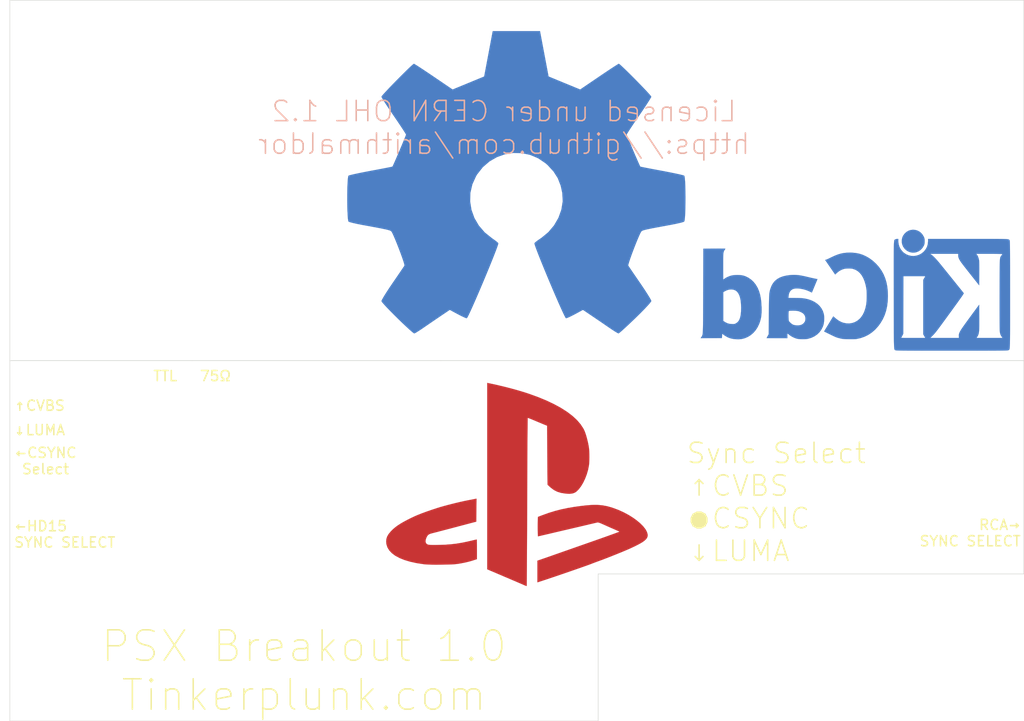
<source format=kicad_pcb>
(kicad_pcb (version 20171130) (host pcbnew "(5.1.2)-1")

  (general
    (thickness 1.6)
    (drawings 26)
    (tracks 0)
    (zones 0)
    (modules 11)
    (nets 1)
  )

  (page A4)
  (layers
    (0 F.Cu signal)
    (31 B.Cu signal)
    (32 B.Adhes user)
    (33 F.Adhes user)
    (34 B.Paste user)
    (35 F.Paste user)
    (36 B.SilkS user)
    (37 F.SilkS user)
    (38 B.Mask user)
    (39 F.Mask user)
    (40 Dwgs.User user)
    (41 Cmts.User user)
    (42 Eco1.User user)
    (43 Eco2.User user)
    (44 Edge.Cuts user)
    (45 Margin user)
    (46 B.CrtYd user)
    (47 F.CrtYd user)
    (48 B.Fab user)
    (49 F.Fab user)
  )

  (setup
    (last_trace_width 0.25)
    (trace_clearance 0.2)
    (zone_clearance 0.508)
    (zone_45_only no)
    (trace_min 0.2)
    (via_size 0.8)
    (via_drill 0.4)
    (via_min_size 0.4)
    (via_min_drill 0.3)
    (uvia_size 0.3)
    (uvia_drill 0.1)
    (uvias_allowed no)
    (uvia_min_size 0.2)
    (uvia_min_drill 0.1)
    (edge_width 0.05)
    (segment_width 0.2)
    (pcb_text_width 0.3)
    (pcb_text_size 1.5 1.5)
    (mod_edge_width 0.12)
    (mod_text_size 1 1)
    (mod_text_width 0.15)
    (pad_size 1.5 1.5)
    (pad_drill 0.8)
    (pad_to_mask_clearance 0.051)
    (solder_mask_min_width 0.25)
    (aux_axis_origin 0 0)
    (visible_elements 7FFFFFFF)
    (pcbplotparams
      (layerselection 0x010f0_ffffffff)
      (usegerberextensions true)
      (usegerberattributes false)
      (usegerberadvancedattributes false)
      (creategerberjobfile false)
      (excludeedgelayer true)
      (linewidth 0.100000)
      (plotframeref false)
      (viasonmask false)
      (mode 1)
      (useauxorigin false)
      (hpglpennumber 1)
      (hpglpenspeed 20)
      (hpglpendiameter 15.000000)
      (psnegative false)
      (psa4output false)
      (plotreference true)
      (plotvalue true)
      (plotinvisibletext false)
      (padsonsilk false)
      (subtractmaskfromsilk false)
      (outputformat 1)
      (mirror false)
      (drillshape 0)
      (scaleselection 1)
      (outputdirectory "Gerbers/Case/"))
  )

  (net 0 "")

  (net_class Default "This is the default net class."
    (clearance 0.2)
    (trace_width 0.25)
    (via_dia 0.8)
    (via_drill 0.4)
    (uvia_dia 0.3)
    (uvia_drill 0.1)
  )

  (module PSX_BREAKOUT:PSX_LOGO (layer F.Cu) (tedit 5CFA95BF) (tstamp 5CFAE821)
    (at 139.954 88.44)
    (fp_text reference G*** (at 0 0) (layer F.SilkS) hide
      (effects (font (size 1.524 1.524) (thickness 0.3)))
    )
    (fp_text value LOGO (at 0.75 0) (layer F.SilkS) hide
      (effects (font (size 1.524 1.524) (thickness 0.3)))
    )
    (fp_poly (pts (xy -4.0005 3.656475) (xy -4.275667 3.728504) (xy -4.376343 3.754967) (xy -4.548495 3.800345)
      (xy -4.781751 3.861896) (xy -5.065736 3.936882) (xy -5.390077 4.022564) (xy -5.744398 4.116201)
      (xy -6.118328 4.215055) (xy -6.265334 4.253928) (xy -6.647052 4.354701) (xy -7.015745 4.451711)
      (xy -7.360587 4.542133) (xy -7.670749 4.623142) (xy -7.935404 4.691912) (xy -8.143725 4.745617)
      (xy -8.284884 4.781431) (xy -8.316805 4.78931) (xy -8.524667 4.846467) (xy -8.669709 4.908395)
      (xy -8.7731 4.990577) (xy -8.856006 5.108497) (xy -8.916754 5.228166) (xy -8.998871 5.459985)
      (xy -9.008223 5.650369) (xy -8.955187 5.784412) (xy -8.905952 5.84422) (xy -8.845318 5.890256)
      (xy -8.762748 5.923939) (xy -8.647707 5.946693) (xy -8.489659 5.959937) (xy -8.278067 5.965092)
      (xy -8.002398 5.963579) (xy -7.673264 5.957299) (xy -7.071489 5.935607) (xy -6.524808 5.896861)
      (xy -6.004715 5.837414) (xy -5.482706 5.753622) (xy -4.930276 5.641842) (xy -4.581333 5.561951)
      (xy -4.366819 5.51141) (xy -4.183032 5.468686) (xy -4.045 5.437228) (xy -3.967748 5.420484)
      (xy -3.956917 5.418666) (xy -3.951238 5.459024) (xy -3.946189 5.572199) (xy -3.942015 5.746342)
      (xy -3.938959 5.969604) (xy -3.937264 6.230135) (xy -3.937 6.387192) (xy -3.937 7.355717)
      (xy -4.392084 7.505251) (xy -4.606357 7.568515) (xy -4.873557 7.63675) (xy -5.162845 7.702621)
      (xy -5.44338 7.758792) (xy -5.503334 7.769553) (xy -5.700363 7.802971) (xy -5.875748 7.829477)
      (xy -6.043771 7.850018) (xy -6.218715 7.865535) (xy -6.414864 7.876974) (xy -6.6465 7.885279)
      (xy -6.927907 7.891393) (xy -7.273367 7.896261) (xy -7.450667 7.898265) (xy -7.93001 7.901361)
      (xy -8.332129 7.899289) (xy -8.664318 7.891871) (xy -8.933872 7.878928) (xy -9.148087 7.860279)
      (xy -9.186334 7.855671) (xy -9.888458 7.746942) (xy -10.520073 7.608735) (xy -11.079924 7.441813)
      (xy -11.566754 7.24694) (xy -11.979306 7.024878) (xy -12.316326 6.776389) (xy -12.576557 6.502237)
      (xy -12.758742 6.203183) (xy -12.861626 5.879992) (xy -12.886012 5.609166) (xy -12.860829 5.35172)
      (xy -12.781579 5.112388) (xy -12.640464 4.874671) (xy -12.429689 4.622071) (xy -12.409332 4.600459)
      (xy -12.202349 4.395855) (xy -11.982078 4.207484) (xy -11.73481 4.025854) (xy -11.446834 3.841473)
      (xy -11.104442 3.644847) (xy -10.773834 3.468016) (xy -10.43817 3.298679) (xy -10.096745 3.139245)
      (xy -9.737161 2.984847) (xy -9.347018 2.830615) (xy -8.913918 2.67168) (xy -8.425462 2.503173)
      (xy -7.86925 2.320225) (xy -7.768167 2.287692) (xy -7.493638 2.204313) (xy -7.155762 2.109155)
      (xy -6.77419 2.007151) (xy -6.368576 1.903231) (xy -5.958574 1.802328) (xy -5.563836 1.709375)
      (xy -5.204016 1.629302) (xy -4.898766 1.567042) (xy -4.8895 1.565282) (xy -4.6562 1.520881)
      (xy -4.441992 1.479729) (xy -4.265577 1.445446) (xy -4.145658 1.421653) (xy -4.116215 1.415569)
      (xy -3.97793 1.386135) (xy -4.0005 3.656475)) (layer F.Cu) (width 0.01))
    (fp_poly (pts (xy 8.442816 2.049167) (xy 8.921218 2.139276) (xy 9.414164 2.280014) (xy 9.943223 2.47457)
      (xy 10.055616 2.520364) (xy 10.533272 2.736976) (xy 10.991933 2.982032) (xy 11.42211 3.248392)
      (xy 11.814314 3.528912) (xy 12.159054 3.816452) (xy 12.446842 4.103869) (xy 12.668187 4.384023)
      (xy 12.776628 4.568178) (xy 12.858529 4.759895) (xy 12.899857 4.933655) (xy 12.896163 5.094429)
      (xy 12.842998 5.24719) (xy 12.73591 5.396909) (xy 12.570452 5.548558) (xy 12.342171 5.707109)
      (xy 12.04662 5.877533) (xy 11.679348 6.064803) (xy 11.25986 6.262885) (xy 11.00103 6.378351)
      (xy 10.678574 6.516513) (xy 10.308379 6.670967) (xy 9.906328 6.835312) (xy 9.488307 7.003146)
      (xy 9.070201 7.168067) (xy 8.667893 7.323674) (xy 8.29727 7.463564) (xy 8.106833 7.533614)
      (xy 7.888895 7.613355) (xy 7.691887 7.686381) (xy 7.533116 7.746207) (xy 7.429893 7.786348)
      (xy 7.408333 7.795309) (xy 7.316084 7.831788) (xy 7.152629 7.892277) (xy 6.926963 7.973666)
      (xy 6.648085 8.07284) (xy 6.324991 8.186689) (xy 5.96668 8.312099) (xy 5.582148 8.445957)
      (xy 5.180392 8.585152) (xy 4.77041 8.726571) (xy 4.3612 8.867102) (xy 3.961757 9.003631)
      (xy 3.581081 9.133047) (xy 3.228167 9.252237) (xy 2.912013 9.358088) (xy 2.641618 9.447488)
      (xy 2.487083 9.497744) (xy 2.032 9.644336) (xy 2.032 7.509443) (xy 2.677583 7.286874)
      (xy 2.922892 7.202025) (xy 3.164142 7.118092) (xy 3.379225 7.042799) (xy 3.546035 6.983871)
      (xy 3.598333 6.965156) (xy 3.681801 6.935473) (xy 3.838393 6.880185) (xy 4.061327 6.801675)
      (xy 4.34382 6.702325) (xy 4.679089 6.584517) (xy 5.060352 6.450635) (xy 5.480826 6.303059)
      (xy 5.933727 6.144173) (xy 6.412275 5.976359) (xy 6.909684 5.801999) (xy 6.995515 5.77192)
      (xy 7.487305 5.599244) (xy 7.955274 5.434286) (xy 8.393366 5.279221) (xy 8.795524 5.136222)
      (xy 9.155694 5.007464) (xy 9.467818 4.895119) (xy 9.725841 4.801363) (xy 9.923707 4.728368)
      (xy 10.055359 4.678309) (xy 10.114741 4.65336) (xy 10.117598 4.651219) (xy 10.082524 4.619602)
      (xy 9.996379 4.576777) (xy 9.980083 4.570138) (xy 9.893202 4.533798) (xy 9.742682 4.468783)
      (xy 9.542123 4.381096) (xy 9.305126 4.276736) (xy 9.045291 4.161706) (xy 8.776219 4.042007)
      (xy 8.511511 3.923639) (xy 8.330558 3.842293) (xy 8.131654 3.764003) (xy 7.988489 3.73499)
      (xy 7.928392 3.739253) (xy 7.849671 3.756995) (xy 7.704491 3.790631) (xy 7.508756 3.836442)
      (xy 7.278368 3.890707) (xy 7.069666 3.94011) (xy 6.782407 4.00811) (xy 6.478191 4.079864)
      (xy 6.185097 4.148766) (xy 5.931206 4.208209) (xy 5.820833 4.233924) (xy 5.542384 4.298741)
      (xy 5.2363 4.370217) (xy 4.891462 4.450959) (xy 4.49675 4.543572) (xy 4.041043 4.650664)
      (xy 3.556 4.764771) (xy 3.290085 4.827234) (xy 3.014018 4.89188) (xy 2.755807 4.952161)
      (xy 2.543456 5.001534) (xy 2.492128 5.013414) (xy 2.084424 5.107631) (xy 2.066071 4.628148)
      (xy 2.059854 4.365301) (xy 2.058709 4.066676) (xy 2.062634 3.781008) (xy 2.066133 3.667574)
      (xy 2.084547 3.186481) (xy 2.534523 3.015058) (xy 3.143914 2.796962) (xy 3.751198 2.609441)
      (xy 4.372002 2.449025) (xy 5.021954 2.312247) (xy 5.716679 2.195638) (xy 6.471806 2.095729)
      (xy 6.879166 2.050717) (xy 7.44336 2.008076) (xy 7.957386 2.006496) (xy 8.442816 2.049167)) (layer F.Cu) (width 0.01))
    (fp_poly (pts (xy -2.82575 -10.01532) (xy -2.072884 -9.854396) (xy -1.315155 -9.676411) (xy -0.571898 -9.486435)
      (xy 0.137546 -9.289537) (xy 0.793842 -9.090787) (xy 1.164166 -8.969333) (xy 2.074801 -8.639955)
      (xy 2.910256 -8.295501) (xy 3.669468 -7.936676) (xy 4.351374 -7.564185) (xy 4.954912 -7.178734)
      (xy 5.479017 -6.781028) (xy 5.922627 -6.371772) (xy 6.284678 -5.951673) (xy 6.564108 -5.521434)
      (xy 6.664921 -5.319626) (xy 6.748731 -5.106086) (xy 6.836962 -4.83262) (xy 6.923382 -4.523292)
      (xy 7.001766 -4.202171) (xy 7.065883 -3.893323) (xy 7.109505 -3.620816) (xy 7.113855 -3.584918)
      (xy 7.13641 -3.316309) (xy 7.149195 -3.005568) (xy 7.152287 -2.67877) (xy 7.145763 -2.361989)
      (xy 7.129703 -2.081301) (xy 7.108816 -1.891943) (xy 7.021556 -1.451789) (xy 6.894799 -1.014717)
      (xy 6.734897 -0.593578) (xy 6.548197 -0.201225) (xy 6.341049 0.149492) (xy 6.119801 0.44572)
      (xy 5.890804 0.674609) (xy 5.810469 0.736102) (xy 5.640693 0.828768) (xy 5.439982 0.884404)
      (xy 5.193702 0.905113) (xy 4.887221 0.892993) (xy 4.783666 0.883505) (xy 4.356131 0.816136)
      (xy 3.986082 0.702302) (xy 3.655777 0.534385) (xy 3.347473 0.304766) (xy 3.2668 0.232225)
      (xy 3.026833 0.008879) (xy 3.005666 -2.900025) (xy 2.9845 -5.808929) (xy 2.624666 -5.956531)
      (xy 2.448884 -6.029254) (xy 2.222112 -6.123967) (xy 1.971225 -6.229402) (xy 1.723093 -6.334292)
      (xy 1.675937 -6.354309) (xy 1.470164 -6.439992) (xy 1.293122 -6.510424) (xy 1.158745 -6.56032)
      (xy 1.080967 -6.584396) (xy 1.067591 -6.585036) (xy 1.065487 -6.541405) (xy 1.063142 -6.417173)
      (xy 1.060582 -6.216406) (xy 1.057829 -5.94317) (xy 1.05491 -5.601531) (xy 1.051847 -5.195553)
      (xy 1.048665 -4.729304) (xy 1.045389 -4.206848) (xy 1.042043 -3.632251) (xy 1.038651 -3.009578)
      (xy 1.035237 -2.342896) (xy 1.031826 -1.636271) (xy 1.028443 -0.893767) (xy 1.025111 -0.11945)
      (xy 1.021854 0.682613) (xy 1.018698 1.508357) (xy 1.017948 1.712551) (xy 1.014829 2.543398)
      (xy 1.011622 3.351527) (xy 1.00835 4.132873) (xy 1.005036 4.883373) (xy 1.001705 5.598963)
      (xy 0.998379 6.275581) (xy 0.995082 6.909161) (xy 0.991837 7.49564) (xy 0.988668 8.030955)
      (xy 0.985598 8.511042) (xy 0.982651 8.931837) (xy 0.979849 9.289276) (xy 0.977217 9.579297)
      (xy 0.974778 9.797834) (xy 0.972555 9.940824) (xy 0.970572 10.004205) (xy 0.970127 10.007126)
      (xy 0.925678 9.999503) (xy 0.82644 9.963602) (xy 0.6985 9.909216) (xy 0.605315 9.8682)
      (xy 0.443832 9.798173) (xy 0.223666 9.703261) (xy -0.045571 9.587593) (xy -0.354263 9.455296)
      (xy -0.692798 9.310497) (xy -1.051561 9.157324) (xy -1.237956 9.077851) (xy -2.920412 8.360833)
      (xy -2.920706 -0.83689) (xy -2.921 -10.034614) (xy -2.82575 -10.01532)) (layer F.Cu) (width 0.01))
  )

  (module Symbol:KiCad-Logo_12mm_Copper (layer B.Cu) (tedit 0) (tstamp 5CFAE758)
    (at 173.355 69.215 180)
    (descr "KiCad Logo")
    (tags "Logo KiCad")
    (attr virtual)
    (fp_text reference REF** (at 0 8.89 180) (layer B.SilkS) hide
      (effects (font (size 1 1) (thickness 0.15)) (justify mirror))
    )
    (fp_text value KiCad-Logo_12mm_Copper (at 1.27 -8.89 180) (layer B.Fab) hide
      (effects (font (size 1 1) (thickness 0.15)) (justify mirror))
    )
    (fp_poly (pts (xy -5.422844 5.895156) (xy -5.217742 5.824043) (xy -5.026785 5.712111) (xy -4.856243 5.559375)
      (xy -4.712387 5.365849) (xy -4.647768 5.243871) (xy -4.591842 5.073257) (xy -4.564735 4.876289)
      (xy -4.567738 4.673795) (xy -4.601067 4.490301) (xy -4.692162 4.266076) (xy -4.824258 4.071578)
      (xy -4.990642 3.910633) (xy -5.184598 3.787067) (xy -5.399414 3.704708) (xy -5.628375 3.667383)
      (xy -5.864767 3.678918) (xy -5.981291 3.70357) (xy -6.208385 3.791909) (xy -6.410081 3.92671)
      (xy -6.581515 4.103817) (xy -6.71782 4.319073) (xy -6.729352 4.342581) (xy -6.769217 4.430795)
      (xy -6.794249 4.50509) (xy -6.807839 4.583465) (xy -6.813382 4.68392) (xy -6.814302 4.793226)
      (xy -6.81278 4.924552) (xy -6.805914 5.019491) (xy -6.79025 5.096247) (xy -6.762333 5.173026)
      (xy -6.727873 5.248777) (xy -6.599338 5.46381) (xy -6.441052 5.63792) (xy -6.259287 5.771124)
      (xy -6.060313 5.863434) (xy -5.8504 5.914866) (xy -5.635821 5.925435) (xy -5.422844 5.895156)) (layer B.Cu) (width 0.01))
    (fp_poly (pts (xy 13.610967 4.064382) (xy 13.843254 4.063429) (xy 13.922204 4.062948) (xy 15.007849 4.055807)
      (xy 15.021505 -0.109247) (xy 15.023308 -0.674041) (xy 15.024908 -1.186864) (xy 15.026406 -1.650371)
      (xy 15.027906 -2.067214) (xy 15.029509 -2.440045) (xy 15.03132 -2.771519) (xy 15.03344 -3.064286)
      (xy 15.035972 -3.321002) (xy 15.03902 -3.544318) (xy 15.042685 -3.736887) (xy 15.047071 -3.901363)
      (xy 15.05228 -4.040398) (xy 15.058416 -4.156644) (xy 15.06558 -4.252756) (xy 15.073875 -4.331386)
      (xy 15.083405 -4.395187) (xy 15.094272 -4.446811) (xy 15.106579 -4.488912) (xy 15.120428 -4.524143)
      (xy 15.135923 -4.555156) (xy 15.153165 -4.584604) (xy 15.172258 -4.615141) (xy 15.193305 -4.649418)
      (xy 15.197619 -4.65672) (xy 15.269996 -4.780221) (xy 14.223976 -4.773068) (xy 13.177956 -4.765914)
      (xy 13.164301 -4.536142) (xy 13.156865 -4.425873) (xy 13.149117 -4.362122) (xy 13.138603 -4.336827)
      (xy 13.122872 -4.341922) (xy 13.109677 -4.356498) (xy 13.052197 -4.409591) (xy 12.958513 -4.477837)
      (xy 12.841825 -4.55308) (xy 12.715331 -4.627167) (xy 12.592231 -4.691943) (xy 12.497713 -4.734561)
      (xy 12.276274 -4.804595) (xy 12.022207 -4.854204) (xy 11.754266 -4.881494) (xy 11.491211 -4.884569)
      (xy 11.251795 -4.861532) (xy 11.247853 -4.860873) (xy 10.920253 -4.778669) (xy 10.613587 -4.6477)
      (xy 10.330814 -4.47078) (xy 10.074892 -4.250726) (xy 9.848778 -3.990351) (xy 9.65543 -3.692472)
      (xy 9.497806 -3.359904) (xy 9.411984 -3.113548) (xy 9.355389 -2.907445) (xy 9.313418 -2.707867)
      (xy 9.284789 -2.50269) (xy 9.268218 -2.279791) (xy 9.262423 -2.027045) (xy 9.264989 -1.820662)
      (xy 11.280325 -1.820662) (xy 11.289862 -2.166732) (xy 11.319946 -2.464467) (xy 11.371503 -2.71651)
      (xy 11.445458 -2.925502) (xy 11.542738 -3.094086) (xy 11.664266 -3.224906) (xy 11.804546 -3.317385)
      (xy 11.87754 -3.351909) (xy 11.940847 -3.372607) (xy 12.011427 -3.382077) (xy 12.106242 -3.382915)
      (xy 12.208387 -3.379228) (xy 12.409261 -3.36151) (xy 12.568134 -3.326813) (xy 12.618064 -3.309433)
      (xy 12.732075 -3.258102) (xy 12.852323 -3.193643) (xy 12.904838 -3.161376) (xy 13.041397 -3.071805)
      (xy 13.041397 -0.232706) (xy 12.891182 -0.142665) (xy 12.681692 -0.040923) (xy 12.467658 0.019249)
      (xy 12.256909 0.038204) (xy 12.057273 0.016299) (xy 11.876577 -0.046113) (xy 11.722649 -0.148676)
      (xy 11.672981 -0.197906) (xy 11.553262 -0.359211) (xy 11.456364 -0.554471) (xy 11.381477 -0.787031)
      (xy 11.327793 -1.060239) (xy 11.2945 -1.377441) (xy 11.280789 -1.741984) (xy 11.280325 -1.820662)
      (xy 9.264989 -1.820662) (xy 9.266058 -1.734756) (xy 9.289082 -1.285158) (xy 9.335378 -0.879628)
      (xy 9.406164 -0.512257) (xy 9.502661 -0.177137) (xy 9.626087 0.131637) (xy 9.670131 0.223178)
      (xy 9.84754 0.521704) (xy 10.06193 0.786993) (xy 10.308259 1.014763) (xy 10.581487 1.200732)
      (xy 10.876574 1.340618) (xy 11.053459 1.398322) (xy 11.227178 1.432578) (xy 11.436205 1.452959)
      (xy 11.663014 1.459475) (xy 11.890084 1.452134) (xy 12.099892 1.430945) (xy 12.268352 1.397705)
      (xy 12.468857 1.332518) (xy 12.663195 1.248693) (xy 12.833224 1.15472) (xy 12.923721 1.090942)
      (xy 12.986144 1.043516) (xy 13.029853 1.014639) (xy 13.039796 1.010538) (xy 13.042879 1.036959)
      (xy 13.045753 1.112661) (xy 13.048355 1.232302) (xy 13.050621 1.390538) (xy 13.052488 1.582027)
      (xy 13.053891 1.801426) (xy 13.054767 2.043393) (xy 13.055053 2.289853) (xy 13.054894 2.605524)
      (xy 13.054108 2.871663) (xy 13.052238 3.093359) (xy 13.048825 3.275704) (xy 13.043409 3.423788)
      (xy 13.035531 3.542701) (xy 13.024733 3.637535) (xy 13.010555 3.71338) (xy 12.992539 3.775326)
      (xy 12.970225 3.828464) (xy 12.943154 3.877885) (xy 12.910867 3.928679) (xy 12.906713 3.934969)
      (xy 12.865071 4.000755) (xy 12.839929 4.045992) (xy 12.836559 4.055534) (xy 12.862903 4.058545)
      (xy 12.938069 4.060994) (xy 13.056257 4.062842) (xy 13.211669 4.064049) (xy 13.398506 4.064576)
      (xy 13.610967 4.064382)) (layer B.Cu) (width 0.01))
    (fp_poly (pts (xy 6.300951 1.463632) (xy 6.436272 1.453389) (xy 6.823442 1.401878) (xy 7.166321 1.319717)
      (xy 7.46658 1.205778) (xy 7.725888 1.058928) (xy 7.945916 0.878038) (xy 8.128334 0.661978)
      (xy 8.274811 0.409616) (xy 8.381771 0.136559) (xy 8.408921 0.049459) (xy 8.432564 -0.032107)
      (xy 8.452977 -0.112529) (xy 8.470439 -0.196199) (xy 8.48523 -0.287508) (xy 8.497627 -0.390847)
      (xy 8.507911 -0.510609) (xy 8.516358 -0.651183) (xy 8.523248 -0.816962) (xy 8.528861 -1.012336)
      (xy 8.533473 -1.241698) (xy 8.537365 -1.509437) (xy 8.540815 -1.819947) (xy 8.544102 -2.177618)
      (xy 8.546451 -2.458064) (xy 8.562258 -4.383548) (xy 8.664677 -4.568843) (xy 8.713175 -4.658111)
      (xy 8.749266 -4.727448) (xy 8.766483 -4.764354) (xy 8.767096 -4.766854) (xy 8.74078 -4.769715)
      (xy 8.665811 -4.772351) (xy 8.548161 -4.774689) (xy 8.3938 -4.776653) (xy 8.2087 -4.77817)
      (xy 7.998832 -4.779165) (xy 7.770167 -4.779565) (xy 7.742903 -4.77957) (xy 6.718709 -4.77957)
      (xy 6.718709 -4.547419) (xy 6.716963 -4.442507) (xy 6.712302 -4.362271) (xy 6.705596 -4.319251)
      (xy 6.702632 -4.315269) (xy 6.675523 -4.33195) (xy 6.619731 -4.375731) (xy 6.547215 -4.437216)
      (xy 6.545589 -4.438638) (xy 6.413257 -4.53716) (xy 6.246133 -4.636089) (xy 6.0631 -4.725706)
      (xy 5.883043 -4.796293) (xy 5.803763 -4.820414) (xy 5.645991 -4.851051) (xy 5.452397 -4.870602)
      (xy 5.240704 -4.878787) (xy 5.028632 -4.875327) (xy 4.833904 -4.859945) (xy 4.697634 -4.837811)
      (xy 4.363454 -4.739676) (xy 4.062603 -4.599819) (xy 3.797039 -4.419974) (xy 3.568721 -4.201876)
      (xy 3.379606 -3.947261) (xy 3.231653 -3.657864) (xy 3.167825 -3.482258) (xy 3.127823 -3.311576)
      (xy 3.101313 -3.106678) (xy 3.089047 -2.886464) (xy 3.08945 -2.85442) (xy 4.936612 -2.85442)
      (xy 4.95193 -3.018053) (xy 5.002935 -3.154042) (xy 5.097204 -3.280208) (xy 5.133411 -3.317203)
      (xy 5.26212 -3.417221) (xy 5.410885 -3.481294) (xy 5.589113 -3.512309) (xy 5.776798 -3.514593)
      (xy 5.954814 -3.499514) (xy 6.091112 -3.470021) (xy 6.150306 -3.447869) (xy 6.256995 -3.387496)
      (xy 6.370037 -3.302589) (xy 6.473175 -3.207295) (xy 6.550151 -3.11576) (xy 6.570591 -3.082181)
      (xy 6.586481 -3.035157) (xy 6.597778 -2.960333) (xy 6.605009 -2.85056) (xy 6.6087 -2.698692)
      (xy 6.609462 -2.554155) (xy 6.608946 -2.385644) (xy 6.60686 -2.263799) (xy 6.602402 -2.180666)
      (xy 6.594765 -2.128292) (xy 6.583146 -2.098726) (xy 6.56674 -2.084013) (xy 6.561666 -2.08167)
      (xy 6.51757 -2.074453) (xy 6.4306 -2.06855) (xy 6.3125 -2.064493) (xy 6.175014 -2.062815)
      (xy 6.145161 -2.062813) (xy 5.961386 -2.065746) (xy 5.819407 -2.074469) (xy 5.706591 -2.090177)
      (xy 5.613402 -2.113118) (xy 5.382246 -2.200535) (xy 5.200973 -2.30801) (xy 5.068014 -2.437262)
      (xy 4.981801 -2.59001) (xy 4.940762 -2.767972) (xy 4.936612 -2.85442) (xy 3.08945 -2.85442)
      (xy 3.091776 -2.669834) (xy 3.110252 -2.475689) (xy 3.124664 -2.397252) (xy 3.21669 -2.106017)
      (xy 3.356623 -1.838054) (xy 3.541823 -1.595932) (xy 3.769648 -1.382221) (xy 4.037457 -1.199492)
      (xy 4.342607 -1.050314) (xy 4.602043 -0.959727) (xy 4.775434 -0.912136) (xy 4.941282 -0.875155)
      (xy 5.110329 -0.847585) (xy 5.293317 -0.828224) (xy 5.500989 -0.815871) (xy 5.744087 -0.809326)
      (xy 5.963872 -0.807483) (xy 6.615594 -0.805699) (xy 6.603109 -0.609798) (xy 6.567657 -0.397243)
      (xy 6.492241 -0.214543) (xy 6.380073 -0.066262) (xy 6.234364 0.04304) (xy 6.106064 0.096376)
      (xy 5.922235 0.12999) (xy 5.703394 0.134817) (xy 5.4598 0.112637) (xy 5.20171 0.065228)
      (xy 4.939385 -0.005629) (xy 4.683082 -0.098155) (xy 4.496824 -0.182778) (xy 4.407211 -0.226231)
      (xy 4.338858 -0.25658) (xy 4.304097 -0.268423) (xy 4.302211 -0.268043) (xy 4.290215 -0.241518)
      (xy 4.260262 -0.17121) (xy 4.21517 -0.063855) (xy 4.157757 0.07381) (xy 4.090842 0.235051)
      (xy 4.022824 0.399605) (xy 3.750897 1.058672) (xy 3.944319 1.090441) (xy 4.028154 1.106381)
      (xy 4.154183 1.133153) (xy 4.311608 1.168327) (xy 4.489633 1.209472) (xy 4.677463 1.254158)
      (xy 4.752258 1.272317) (xy 5.075838 1.347369) (xy 5.359132 1.403638) (xy 5.612715 1.442262)
      (xy 5.847162 1.464377) (xy 6.073049 1.471122) (xy 6.300951 1.463632)) (layer B.Cu) (width 0.01))
    (fp_poly (pts (xy 0.875193 3.659223) (xy 1.169706 3.626981) (xy 1.455039 3.569271) (xy 1.7428 3.483083)
      (xy 2.044596 3.365407) (xy 2.372034 3.213233) (xy 2.431001 3.183757) (xy 2.566324 3.11709)
      (xy 2.693951 3.057061) (xy 2.801287 3.009401) (xy 2.875736 2.979845) (xy 2.887173 2.976124)
      (xy 2.996774 2.943286) (xy 2.506155 2.229547) (xy 2.386206 2.055105) (xy 2.276539 1.89573)
      (xy 2.180883 1.756832) (xy 2.102969 1.643822) (xy 2.046525 1.56211) (xy 2.015281 1.517109)
      (xy 2.010205 1.509982) (xy 1.989588 1.524883) (xy 1.938839 1.56968) (xy 1.867034 1.636235)
      (xy 1.827406 1.673853) (xy 1.602882 1.852432) (xy 1.350726 1.988132) (xy 1.13344 2.062463)
      (xy 1.003007 2.085807) (xy 0.839693 2.100033) (xy 0.662707 2.104876) (xy 0.491256 2.100074)
      (xy 0.344548 2.085362) (xy 0.286007 2.074095) (xy 0.022147 1.983315) (xy -0.215622 1.844704)
      (xy -0.427124 1.658515) (xy -0.612184 1.425001) (xy -0.770625 1.144416) (xy -0.902271 0.817013)
      (xy -1.006946 0.443045) (xy -1.069155 0.122903) (xy -1.085386 -0.018426) (xy -1.096444 -0.201004)
      (xy -1.102437 -0.411709) (xy -1.103473 -0.637422) (xy -1.099657 -0.865022) (xy -1.091097 -1.081389)
      (xy -1.077899 -1.273402) (xy -1.06017 -1.427943) (xy -1.056333 -1.451786) (xy -0.971749 -1.83586)
      (xy -0.856505 -2.175783) (xy -0.709897 -2.473078) (xy -0.531226 -2.729268) (xy -0.4044 -2.867775)
      (xy -0.176475 -3.055828) (xy 0.073488 -3.19522) (xy 0.34127 -3.285195) (xy 0.622656 -3.324994)
      (xy 0.913429 -3.313857) (xy 1.209373 -3.251026) (xy 1.38434 -3.189547) (xy 1.626466 -3.066436)
      (xy 1.87602 -2.889837) (xy 2.015809 -2.770412) (xy 2.094301 -2.701291) (xy 2.15597 -2.650579)
      (xy 2.191072 -2.626144) (xy 2.19543 -2.625398) (xy 2.211097 -2.650367) (xy 2.251692 -2.716348)
      (xy 2.313757 -2.817685) (xy 2.393833 -2.948721) (xy 2.488462 -3.1038) (xy 2.594186 -3.277265)
      (xy 2.653033 -3.373896) (xy 3.102526 -4.112201) (xy 2.541317 -4.389549) (xy 2.338404 -4.489172)
      (xy 2.174027 -4.567729) (xy 2.038139 -4.629122) (xy 1.920691 -4.677253) (xy 1.811636 -4.716023)
      (xy 1.700926 -4.749333) (xy 1.578513 -4.781086) (xy 1.461182 -4.808969) (xy 1.356895 -4.830546)
      (xy 1.247832 -4.846851) (xy 1.123073 -4.858791) (xy 0.971703 -4.86727) (xy 0.782801 -4.873192)
      (xy 0.655483 -4.875749) (xy 0.473823 -4.877494) (xy 0.299633 -4.876614) (xy 0.144443 -4.87336)
      (xy 0.019777 -4.867984) (xy -0.062834 -4.860735) (xy -0.06773 -4.860012) (xy -0.496709 -4.767205)
      (xy -0.899551 -4.626449) (xy -1.276112 -4.437839) (xy -1.626252 -4.201466) (xy -1.949828 -3.917424)
      (xy -2.2467 -3.585805) (xy -2.461701 -3.291075) (xy -2.690589 -2.905298) (xy -2.875611 -2.497895)
      (xy -3.017662 -2.0656) (xy -3.117636 -1.605146) (xy -3.176428 -1.113267) (xy -3.194951 -0.613799)
      (xy -3.179717 -0.130634) (xy -3.131844 0.315158) (xy -3.049811 0.731095) (xy -2.932097 1.124696)
      (xy -2.777181 1.503482) (xy -2.758683 1.542725) (xy -2.554894 1.90956) (xy -2.304598 2.25864)
      (xy -2.014885 2.58274) (xy -1.692846 2.874634) (xy -1.345574 3.127096) (xy -1.021987 3.312286)
      (xy -0.695096 3.45733) (xy -0.367511 3.562397) (xy -0.026552 3.630347) (xy 0.340465 3.66404)
      (xy 0.559892 3.669008) (xy 0.875193 3.659223)) (layer B.Cu) (width 0.01))
    (fp_poly (pts (xy -11.847446 5.025459) (xy -11.321244 5.025387) (xy -11.076303 5.025377) (xy -7.155699 5.025377)
      (xy -7.155699 4.794266) (xy -7.131032 4.513024) (xy -7.056584 4.253641) (xy -6.931686 4.014576)
      (xy -6.75567 3.794286) (xy -6.696118 3.73479) (xy -6.481895 3.566029) (xy -6.24569 3.442948)
      (xy -5.994517 3.36549) (xy -5.735393 3.333601) (xy -5.475333 3.347224) (xy -5.221353 3.406303)
      (xy -4.980469 3.510783) (xy -4.759696 3.660607) (xy -4.660543 3.750999) (xy -4.475773 3.972624)
      (xy -4.340284 4.216339) (xy -4.255256 4.479357) (xy -4.221872 4.758894) (xy -4.221428 4.786394)
      (xy -4.219678 5.025368) (xy -4.114645 5.025372) (xy -4.02147 5.012727) (xy -3.936356 4.98196)
      (xy -3.930731 4.978781) (xy -3.911508 4.968806) (xy -3.893855 4.961038) (xy -3.877708 4.953213)
      (xy -3.863005 4.94307) (xy -3.849681 4.928345) (xy -3.837672 4.906775) (xy -3.826915 4.876099)
      (xy -3.817346 4.834053) (xy -3.808901 4.778374) (xy -3.801516 4.706801) (xy -3.795127 4.61707)
      (xy -3.789671 4.506918) (xy -3.785084 4.374084) (xy -3.781302 4.216304) (xy -3.77826 4.031316)
      (xy -3.775897 3.816856) (xy -3.774147 3.570663) (xy -3.772947 3.290473) (xy -3.772232 2.974025)
      (xy -3.77194 2.619054) (xy -3.772007 2.2233) (xy -3.772368 1.784498) (xy -3.77296 1.300386)
      (xy -3.773719 0.768702) (xy -3.774581 0.187183) (xy -3.775482 -0.446433) (xy -3.775587 -0.523629)
      (xy -3.776395 -1.161287) (xy -3.777081 -1.746582) (xy -3.777717 -2.281778) (xy -3.778376 -2.769136)
      (xy -3.779131 -3.210917) (xy -3.780053 -3.609382) (xy -3.781216 -3.966795) (xy -3.782693 -4.285415)
      (xy -3.784555 -4.567506) (xy -3.786876 -4.815328) (xy -3.789729 -5.031143) (xy -3.793185 -5.217213)
      (xy -3.797318 -5.3758) (xy -3.8022 -5.509164) (xy -3.807904 -5.619569) (xy -3.814502 -5.709275)
      (xy -3.822068 -5.780544) (xy -3.830673 -5.835638) (xy -3.84039 -5.876818) (xy -3.851293 -5.906346)
      (xy -3.863453 -5.926484) (xy -3.876943 -5.939493) (xy -3.891837 -5.947636) (xy -3.908206 -5.953173)
      (xy -3.926123 -5.958366) (xy -3.945661 -5.965477) (xy -3.950434 -5.967642) (xy -3.965434 -5.972506)
      (xy -3.990541 -5.976976) (xy -4.027946 -5.981066) (xy -4.079842 -5.984793) (xy -4.14842 -5.988173)
      (xy -4.235873 -5.991221) (xy -4.344394 -5.993954) (xy -4.476174 -5.996387) (xy -4.633406 -5.998537)
      (xy -4.818281 -6.000419) (xy -5.032993 -6.002049) (xy -5.279734 -6.003443) (xy -5.560694 -6.004617)
      (xy -5.878068 -6.005587) (xy -6.234047 -6.006369) (xy -6.630822 -6.006979) (xy -7.070588 -6.007432)
      (xy -7.555535 -6.007745) (xy -8.087856 -6.007934) (xy -8.669743 -6.008013) (xy -9.303389 -6.008)
      (xy -9.508644 -6.00798) (xy -10.156347 -6.007876) (xy -10.751644 -6.007706) (xy -11.296755 -6.007453)
      (xy -11.793897 -6.007098) (xy -12.24529 -6.006626) (xy -12.653151 -6.006018) (xy -13.0197 -6.005258)
      (xy -13.347154 -6.004327) (xy -13.637732 -6.003209) (xy -13.893652 -6.001886) (xy -14.117133 -6.000341)
      (xy -14.310394 -5.998557) (xy -14.475652 -5.996516) (xy -14.615127 -5.994201) (xy -14.731037 -5.991594)
      (xy -14.8256 -5.988678) (xy -14.901034 -5.985436) (xy -14.959558 -5.981851) (xy -15.003391 -5.977905)
      (xy -15.034752 -5.973581) (xy -15.055857 -5.968862) (xy -15.067363 -5.96454) (xy -15.087812 -5.955916)
      (xy -15.106587 -5.949557) (xy -15.12376 -5.943203) (xy -15.139402 -5.934597) (xy -15.153584 -5.92148)
      (xy -15.166377 -5.901594) (xy -15.177852 -5.872679) (xy -15.18808 -5.832479) (xy -15.197133 -5.778733)
      (xy -15.20508 -5.709185) (xy -15.211994 -5.621574) (xy -15.217945 -5.513644) (xy -15.223005 -5.383135)
      (xy -15.227245 -5.227789) (xy -15.230735 -5.045348) (xy -15.233547 -4.833553) (xy -15.234283 -4.752258)
      (xy -14.505361 -4.752258) (xy -11.928987 -4.752258) (xy -11.978561 -4.67715) (xy -12.027878 -4.599968)
      (xy -12.06964 -4.526469) (xy -12.104441 -4.451512) (xy -12.132877 -4.369953) (xy -12.15554 -4.276648)
      (xy -12.173025 -4.166453) (xy -12.185926 -4.034225) (xy -12.194837 -3.87482) (xy -12.200352 -3.683095)
      (xy -12.203064 -3.453907) (xy -12.203569 -3.182112) (xy -12.202459 -2.862566) (xy -12.20183 -2.743932)
      (xy -12.194732 -1.472123) (xy -11.389033 -2.56901) (xy -11.160779 -2.880183) (xy -10.963025 -3.151143)
      (xy -10.793635 -3.385478) (xy -10.650473 -3.58678) (xy -10.531405 -3.758637) (xy -10.434295 -3.90464)
      (xy -10.357007 -4.028378) (xy -10.297407 -4.133441) (xy -10.253359 -4.22342) (xy -10.222728 -4.301903)
      (xy -10.203378 -4.37248) (xy -10.193175 -4.438742) (xy -10.189983 -4.504277) (xy -10.191667 -4.572677)
      (xy -10.192097 -4.581274) (xy -10.200968 -4.752372) (xy -8.789236 -4.752315) (xy -7.377505 -4.752258)
      (xy -7.587516 -4.5405) (xy -7.644504 -4.482582) (xy -7.698566 -4.426225) (xy -7.752076 -4.368322)
      (xy -7.807404 -4.305764) (xy -7.866925 -4.235443) (xy -7.933011 -4.154251) (xy -8.008034 -4.059081)
      (xy -8.094367 -3.946823) (xy -8.194383 -3.81437) (xy -8.310454 -3.658614) (xy -8.444952 -3.476446)
      (xy -8.600251 -3.26476) (xy -8.778722 -3.020446) (xy -8.98274 -2.740397) (xy -9.214675 -2.421504)
      (xy -9.404782 -2.15992) (xy -9.643372 -1.831292) (xy -9.851508 -1.543957) (xy -10.031075 -1.295187)
      (xy -10.183957 -1.082254) (xy -10.312041 -0.90243) (xy -10.417212 -0.752986) (xy -10.501355 -0.631196)
      (xy -10.566357 -0.534331) (xy -10.614103 -0.459662) (xy -10.646477 -0.404463) (xy -10.665366 -0.366004)
      (xy -10.672655 -0.341559) (xy -10.670464 -0.328706) (xy -10.643913 -0.294504) (xy -10.586508 -0.222108)
      (xy -10.501713 -0.11582) (xy -10.392992 0.020055) (xy -10.263808 0.181216) (xy -10.117626 0.363357)
      (xy -9.957909 0.562178) (xy -9.788121 0.773373) (xy -9.611726 0.992641) (xy -9.432187 1.215677)
      (xy -9.333435 1.33828) (xy -6.881548 1.33828) (xy -6.677742 0.96957) (xy -6.677742 -4.383548)
      (xy -6.881548 -4.752258) (xy -5.676111 -4.752258) (xy -5.388341 -4.752174) (xy -5.150647 -4.751797)
      (xy -4.958482 -4.750935) (xy -4.807298 -4.7494) (xy -4.692548 -4.747) (xy -4.609685 -4.743546)
      (xy -4.554162 -4.738849) (xy -4.52143 -4.732717) (xy -4.506943 -4.724961) (xy -4.506153 -4.715391)
      (xy -4.514513 -4.703817) (xy -4.514599 -4.703721) (xy -4.549036 -4.653907) (xy -4.594637 -4.57291)
      (xy -4.634908 -4.492055) (xy -4.711291 -4.328925) (xy -4.719081 -1.495322) (xy -4.726871 1.33828)
      (xy -6.881548 1.33828) (xy -9.333435 1.33828) (xy -9.252969 1.438179) (xy -9.077536 1.655843)
      (xy -8.90935 1.864367) (xy -8.751877 2.059446) (xy -8.608579 2.236779) (xy -8.482921 2.392061)
      (xy -8.378366 2.52099) (xy -8.298379 2.619262) (xy -8.251398 2.676559) (xy -8.068963 2.89082)
      (xy -7.893452 3.08417) (xy -7.731016 3.25028) (xy -7.587805 3.38282) (xy -7.486171 3.464079)
      (xy -7.365998 3.550538) (xy -10.12984 3.550538) (xy -10.129064 3.388354) (xy -10.136788 3.269117)
      (xy -10.165828 3.158574) (xy -10.210782 3.053784) (xy -10.240004 2.994584) (xy -10.271423 2.935926)
      (xy -10.307909 2.873914) (xy -10.352331 2.804655) (xy -10.407561 2.724254) (xy -10.476469 2.628819)
      (xy -10.561923 2.514453) (xy -10.666796 2.377265) (xy -10.793955 2.213358) (xy -10.946273 2.01884)
      (xy -11.126618 1.789815) (xy -11.337862 1.522391) (xy -11.361721 1.492217) (xy -12.194732 0.438805)
      (xy -12.202796 1.605478) (xy -12.20442 1.954931) (xy -12.204074 2.25077) (xy -12.201742 2.49397)
      (xy -12.197407 2.685507) (xy -12.191051 2.826356) (xy -12.182659 2.917492) (xy -12.179838 2.93478)
      (xy -12.135584 3.116883) (xy -12.077602 3.28105) (xy -12.011437 3.413046) (xy -11.971687 3.469028)
      (xy -11.903102 3.550538) (xy -13.204453 3.550538) (xy -13.514885 3.550272) (xy -13.774477 3.549409)
      (xy -13.987014 3.547846) (xy -14.156276 3.545483) (xy -14.286048 3.54222) (xy -14.380111 3.537955)
      (xy -14.442248 3.532587) (xy -14.476241 3.526017) (xy -14.485874 3.518142) (xy -14.485208 3.516398)
      (xy -14.45762 3.474757) (xy -14.411564 3.408752) (xy -14.387735 3.375369) (xy -14.363099 3.342056)
      (xy -14.340955 3.312266) (xy -14.321164 3.283067) (xy -14.303586 3.251526) (xy -14.288081 3.214714)
      (xy -14.274511 3.169697) (xy -14.262736 3.113545) (xy -14.252616 3.043325) (xy -14.244013 2.956106)
      (xy -14.236786 2.848957) (xy -14.230796 2.718945) (xy -14.225904 2.563139) (xy -14.221971 2.378607)
      (xy -14.218857 2.162419) (xy -14.216422 1.911641) (xy -14.214527 1.623342) (xy -14.213033 1.294591)
      (xy -14.211801 0.922457) (xy -14.21069 0.504006) (xy -14.209562 0.036309) (xy -14.208508 -0.393354)
      (xy -14.207512 -0.872353) (xy -14.206994 -1.329362) (xy -14.206941 -1.761464) (xy -14.207338 -2.165738)
      (xy -14.208172 -2.539265) (xy -14.209429 -2.879127) (xy -14.211094 -3.182404) (xy -14.213156 -3.446177)
      (xy -14.215599 -3.667527) (xy -14.21841 -3.843535) (xy -14.221576 -3.971283) (xy -14.225082 -4.047849)
      (xy -14.225745 -4.055941) (xy -14.249905 -4.241568) (xy -14.287624 -4.390647) (xy -14.345064 -4.52075)
      (xy -14.428389 -4.649452) (xy -14.438811 -4.663494) (xy -14.505361 -4.752258) (xy -15.234283 -4.752258)
      (xy -15.235752 -4.590145) (xy -15.237421 -4.312867) (xy -15.238625 -3.999459) (xy -15.239435 -3.647664)
      (xy -15.239922 -3.255223) (xy -15.240156 -2.819877) (xy -15.240211 -2.339368) (xy -15.240156 -1.811438)
      (xy -15.240062 -1.233828) (xy -15.240002 -0.604279) (xy -15.24 -0.479301) (xy -15.239965 0.156878)
      (xy -15.239847 0.740675) (xy -15.239628 1.274332) (xy -15.239292 1.760091) (xy -15.238822 2.200195)
      (xy -15.238198 2.596884) (xy -15.237406 2.952401) (xy -15.236426 3.268988) (xy -15.235242 3.548887)
      (xy -15.233836 3.794339) (xy -15.23219 4.007587) (xy -15.230288 4.190872) (xy -15.228113 4.346436)
      (xy -15.225645 4.476522) (xy -15.222869 4.583371) (xy -15.219767 4.669225) (xy -15.216321 4.736326)
      (xy -15.212515 4.786916) (xy -15.20833 4.823236) (xy -15.203749 4.84753) (xy -15.198755 4.862038)
      (xy -15.19857 4.8624) (xy -15.188285 4.884563) (xy -15.179718 4.904628) (xy -15.170241 4.922699)
      (xy -15.157226 4.938879) (xy -15.138043 4.953274) (xy -15.110065 4.965986) (xy -15.070663 4.97712)
      (xy -15.017208 4.986779) (xy -14.947071 4.995068) (xy -14.857624 5.00209) (xy -14.746238 5.00795)
      (xy -14.610284 5.01275) (xy -14.447135 5.016596) (xy -14.254161 5.019591) (xy -14.028733 5.021839)
      (xy -13.768224 5.023444) (xy -13.470004 5.024509) (xy -13.131445 5.02514) (xy -12.749918 5.025439)
      (xy -12.322794 5.02551) (xy -11.847446 5.025459)) (layer B.Cu) (width 0.01))
  )

  (module Symbol:OSHW-Symbol_33.5x30mm_Copper (layer B.Cu) (tedit 0) (tstamp 5CFAE6D7)
    (at 139.954 58.674 180)
    (descr "Open Source Hardware Symbol")
    (tags "Logo Symbol OSHW")
    (attr virtual)
    (fp_text reference REF** (at 0 0 180) (layer B.SilkS) hide
      (effects (font (size 1 1) (thickness 0.15)) (justify mirror))
    )
    (fp_text value OSHW-Symbol_33.5x30mm_Copper (at 0.75 0 180) (layer B.Fab) hide
      (effects (font (size 1 1) (thickness 0.15)) (justify mirror))
    )
    (fp_poly (pts (xy 2.799507 12.7484) (xy 3.221691 10.508932) (xy 4.779491 9.866755) (xy 6.337291 9.224579)
      (xy 8.206132 10.495377) (xy 8.729505 10.84921) (xy 9.202606 11.165137) (xy 9.603358 11.428732)
      (xy 9.909684 11.625574) (xy 10.099506 11.741237) (xy 10.151201 11.766176) (xy 10.244328 11.702035)
      (xy 10.443331 11.524711) (xy 10.725902 11.256857) (xy 11.069737 10.921125) (xy 11.452529 10.540166)
      (xy 11.851973 10.136631) (xy 12.245763 9.733174) (xy 12.611593 9.352444) (xy 12.927158 9.017095)
      (xy 13.170151 8.749778) (xy 13.318267 8.573144) (xy 13.353676 8.514031) (xy 13.302717 8.405051)
      (xy 13.159851 8.166298) (xy 12.940102 7.821125) (xy 12.658489 7.392887) (xy 12.330033 6.904936)
      (xy 12.139706 6.626621) (xy 11.792794 6.118418) (xy 11.484528 5.659816) (xy 11.229863 5.273644)
      (xy 11.043753 4.982728) (xy 10.941152 4.809896) (xy 10.925735 4.773575) (xy 10.960686 4.670349)
      (xy 11.055955 4.429771) (xy 11.197168 4.085664) (xy 11.369949 3.671855) (xy 11.559925 3.222169)
      (xy 11.752721 2.770431) (xy 11.933962 2.350466) (xy 12.089273 1.9961) (xy 12.204279 1.741157)
      (xy 12.264607 1.619464) (xy 12.268168 1.614674) (xy 12.362895 1.591438) (xy 12.615172 1.5396)
      (xy 12.99885 1.464254) (xy 13.487779 1.370498) (xy 14.055811 1.263428) (xy 14.387227 1.201684)
      (xy 14.994198 1.086117) (xy 15.542435 0.976149) (xy 16.004201 0.877797) (xy 16.351761 0.797077)
      (xy 16.557379 0.740008) (xy 16.598713 0.721901) (xy 16.639196 0.599346) (xy 16.67186 0.322558)
      (xy 16.696727 -0.076096) (xy 16.713819 -0.564249) (xy 16.723159 -1.109536) (xy 16.724768 -1.679588)
      (xy 16.718669 -2.242038) (xy 16.704883 -2.764522) (xy 16.683434 -3.21467) (xy 16.654342 -3.560117)
      (xy 16.617631 -3.768495) (xy 16.595612 -3.811875) (xy 16.463996 -3.86387) (xy 16.185108 -3.938205)
      (xy 15.795837 -4.026148) (xy 15.333073 -4.118965) (xy 15.171532 -4.148992) (xy 14.392678 -4.291654)
      (xy 13.77744 -4.406546) (xy 13.305488 -4.498233) (xy 12.956494 -4.571282) (xy 12.710129 -4.630259)
      (xy 12.546064 -4.679731) (xy 12.443971 -4.724265) (xy 12.383521 -4.768426) (xy 12.375064 -4.777154)
      (xy 12.290636 -4.917749) (xy 12.161843 -5.191367) (xy 12.001543 -5.564501) (xy 11.822596 -6.003649)
      (xy 11.637864 -6.475304) (xy 11.460206 -6.945962) (xy 11.302482 -7.382119) (xy 11.177553 -7.75027)
      (xy 11.098279 -8.016909) (xy 11.077519 -8.148533) (xy 11.07925 -8.153144) (xy 11.149589 -8.260729)
      (xy 11.309162 -8.497444) (xy 11.541199 -8.838649) (xy 11.828932 -9.259706) (xy 12.155592 -9.735976)
      (xy 12.248621 -9.871322) (xy 12.580323 -10.36201) (xy 12.872207 -10.809716) (xy 13.108372 -11.188731)
      (xy 13.272919 -11.473345) (xy 13.349945 -11.637852) (xy 13.353676 -11.658062) (xy 13.288959 -11.764289)
      (xy 13.110135 -11.974728) (xy 12.84019 -12.266762) (xy 12.502114 -12.617776) (xy 12.118896 -13.005152)
      (xy 11.713522 -13.406273) (xy 11.308983 -13.798522) (xy 10.928265 -14.159284) (xy 10.594358 -14.465941)
      (xy 10.33025 -14.695876) (xy 10.158929 -14.826472) (xy 10.111535 -14.847794) (xy 10.001218 -14.797573)
      (xy 9.775355 -14.662122) (xy 9.470737 -14.464259) (xy 9.236365 -14.305002) (xy 8.811694 -14.012776)
      (xy 8.30878 -13.668691) (xy 7.804331 -13.325157) (xy 7.533124 -13.141298) (xy 6.615145 -12.520388)
      (xy 5.844566 -12.937032) (xy 5.49351 -13.119556) (xy 5.194989 -13.261427) (xy 4.993004 -13.342344)
      (xy 4.941589 -13.353603) (xy 4.879764 -13.270473) (xy 4.757794 -13.03556) (xy 4.584783 -12.670532)
      (xy 4.369837 -12.19706) (xy 4.122061 -11.636811) (xy 3.850559 -11.011453) (xy 3.564437 -10.342657)
      (xy 3.2728 -9.652089) (xy 2.984753 -8.96142) (xy 2.7094 -8.292318) (xy 2.455848 -7.666451)
      (xy 2.2332 -7.105488) (xy 2.050562 -6.631099) (xy 1.91704 -6.26495) (xy 1.841737 -6.028712)
      (xy 1.829627 -5.947578) (xy 1.925612 -5.844089) (xy 2.135771 -5.676095) (xy 2.416168 -5.478501)
      (xy 2.439702 -5.462868) (xy 3.164419 -4.882757) (xy 3.748779 -4.205965) (xy 4.187718 -3.454133)
      (xy 4.476171 -2.648902) (xy 4.609076 -1.811912) (xy 4.581366 -0.964804) (xy 4.387979 -0.129219)
      (xy 4.023849 0.673202) (xy 3.916719 0.848762) (xy 3.359506 1.557682) (xy 2.701226 2.126956)
      (xy 1.964663 2.553622) (xy 1.172601 2.834721) (xy 0.347824 2.967291) (xy -0.486886 2.948373)
      (xy -1.308744 2.775005) (xy -2.094966 2.444228) (xy -2.822769 1.953081) (xy -3.0479 1.753735)
      (xy -3.620868 1.129729) (xy -4.038385 0.472829) (xy -4.324787 -0.263497) (xy -4.484298 -0.992689)
      (xy -4.523675 -1.812531) (xy -4.392372 -2.636443) (xy -4.103725 -3.436576) (xy -3.671073 -4.18508)
      (xy -3.107753 -4.854109) (xy -2.427101 -5.415812) (xy -2.337646 -5.475021) (xy -2.054244 -5.66892)
      (xy -1.838806 -5.836921) (xy -1.735809 -5.944187) (xy -1.734311 -5.947578) (xy -1.756423 -6.063615)
      (xy -1.844079 -6.326966) (xy -1.988169 -6.71597) (xy -2.179584 -7.208961) (xy -2.409216 -7.784276)
      (xy -2.667957 -8.420252) (xy -2.946698 -9.095225) (xy -3.236329 -9.78753) (xy -3.527744 -10.475504)
      (xy -3.811832 -11.137483) (xy -4.079485 -11.751804) (xy -4.321594 -12.296802) (xy -4.529052 -12.750815)
      (xy -4.692749 -13.092177) (xy -4.803577 -13.299225) (xy -4.848207 -13.353603) (xy -4.984585 -13.311259)
      (xy -5.239762 -13.197692) (xy -5.569737 -13.0332) (xy -5.751184 -12.937032) (xy -6.521763 -12.520388)
      (xy -7.439742 -13.141298) (xy -7.90835 -13.459386) (xy -8.421394 -13.809433) (xy -8.902167 -14.139031)
      (xy -9.142983 -14.305002) (xy -9.481682 -14.532441) (xy -9.768482 -14.712677) (xy -9.965971 -14.822885)
      (xy -10.030116 -14.846183) (xy -10.123479 -14.783335) (xy -10.330106 -14.607885) (xy -10.629964 -14.33805)
      (xy -11.003022 -13.992045) (xy -11.429247 -13.588088) (xy -11.698816 -13.32872) (xy -12.170431 -12.865338)
      (xy -12.578012 -12.450877) (xy -12.905081 -12.103068) (xy -13.135163 -11.83964) (xy -13.251782 -11.678323)
      (xy -13.26297 -11.645586) (xy -13.211051 -11.521063) (xy -13.067578 -11.269283) (xy -12.848468 -10.915738)
      (xy -12.569634 -10.485917) (xy -12.246992 -10.005311) (xy -12.155239 -9.871322) (xy -11.820919 -9.384334)
      (xy -11.520982 -8.945883) (xy -11.272197 -8.580607) (xy -11.091333 -8.313146) (xy -10.995159 -8.168138)
      (xy -10.985868 -8.153144) (xy -10.999763 -8.03758) (xy -11.073518 -7.783496) (xy -11.194273 -7.424396)
      (xy -11.349169 -6.993784) (xy -11.525344 -6.525166) (xy -11.709938 -6.052046) (xy -11.890092 -5.607929)
      (xy -12.052945 -5.226319) (xy -12.185637 -4.940721) (xy -12.275308 -4.784641) (xy -12.281682 -4.777154)
      (xy -12.336516 -4.732547) (xy -12.42913 -4.688436) (xy -12.579852 -4.640254) (xy -12.809011 -4.583434)
      (xy -13.136936 -4.513411) (xy -13.583954 -4.425618) (xy -14.170396 -4.315488) (xy -14.916589 -4.178455)
      (xy -15.07815 -4.148992) (xy -15.556984 -4.056477) (xy -15.974424 -3.965974) (xy -16.293579 -3.886213)
      (xy -16.477561 -3.825929) (xy -16.502231 -3.811875) (xy -16.542883 -3.687275) (xy -16.575926 -3.40883)
      (xy -16.601339 -3.008908) (xy -16.6191 -2.519876) (xy -16.629186 -1.9741) (xy -16.631575 -1.403947)
      (xy -16.626244 -0.841784) (xy -16.613173 -0.319978) (xy -16.592339 0.129104) (xy -16.563719 0.473095)
      (xy -16.527291 0.679629) (xy -16.505331 0.721901) (xy -16.383074 0.764541) (xy -16.104682 0.833911)
      (xy -15.69789 0.923992) (xy -15.190435 1.028768) (xy -14.610054 1.142221) (xy -14.293845 1.201684)
      (xy -13.693888 1.313837) (xy -13.158872 1.415437) (xy -12.714944 1.501386) (xy -12.388255 1.566588)
      (xy -12.204955 1.605948) (xy -12.174787 1.614674) (xy -12.123798 1.713053) (xy -12.016015 1.950017)
      (xy -11.865804 2.291713) (xy -11.687532 2.704286) (xy -11.495567 3.153882) (xy -11.304276 3.606649)
      (xy -11.128026 4.028733) (xy -10.981183 4.38628) (xy -10.878115 4.645436) (xy -10.833189 4.772348)
      (xy -10.832353 4.777895) (xy -10.883283 4.878011) (xy -11.026067 5.108401) (xy -11.245698 5.446168)
      (xy -11.527169 5.868413) (xy -11.855472 6.352238) (xy -12.046324 6.630147) (xy -12.39409 7.139711)
      (xy -12.702971 7.602341) (xy -12.957896 7.994635) (xy -13.143793 8.29319) (xy -13.245592 8.474601)
      (xy -13.260294 8.515268) (xy -13.197093 8.609926) (xy -13.022369 8.812035) (xy -12.758442 9.098953)
      (xy -12.42763 9.448037) (xy -12.052253 9.836646) (xy -11.654631 10.242135) (xy -11.257083 10.641864)
      (xy -10.881928 11.013189) (xy -10.551486 11.333468) (xy -10.288076 11.580058) (xy -10.114017 11.730316)
      (xy -10.055788 11.766176) (xy -9.960976 11.715752) (xy -9.734207 11.574092) (xy -9.397528 11.355618)
      (xy -8.972988 11.074749) (xy -8.482635 10.745905) (xy -8.11275 10.495377) (xy -6.243909 9.224579)
      (xy -4.686109 9.866755) (xy -3.128309 10.508932) (xy -2.706125 12.7484) (xy -2.283941 14.987867)
      (xy 2.377323 14.987867) (xy 2.799507 12.7484)) (layer B.Cu) (width 0.01))
  )

  (module MountingHole:MountingHole_3.2mm_M3 (layer F.Cu) (tedit 56D1B4CB) (tstamp 5CFA92DF)
    (at 118.364 44.577)
    (descr "Mounting Hole 3.2mm, no annular, M3")
    (tags "mounting hole 3.2mm no annular m3")
    (attr virtual)
    (fp_text reference REF** (at 0 -4.2) (layer F.SilkS) hide
      (effects (font (size 1 1) (thickness 0.15)))
    )
    (fp_text value MountingHole_3.2mm_M3 (at 0 4.2) (layer F.Fab)
      (effects (font (size 1 1) (thickness 0.15)))
    )
    (fp_text user %R (at 0.3 0) (layer F.Fab)
      (effects (font (size 1 1) (thickness 0.15)))
    )
    (fp_circle (center 0 0) (end 3.2 0) (layer Cmts.User) (width 0.15))
    (fp_circle (center 0 0) (end 3.45 0) (layer F.CrtYd) (width 0.05))
    (pad 1 np_thru_hole circle (at 0 0) (size 3.2 3.2) (drill 3.2) (layers *.Cu *.Mask))
  )

  (module MountingHole:MountingHole_3.2mm_M3 (layer F.Cu) (tedit 56D1B4CB) (tstamp 5CFA92D8)
    (at 161.544 44.831)
    (descr "Mounting Hole 3.2mm, no annular, M3")
    (tags "mounting hole 3.2mm no annular m3")
    (attr virtual)
    (fp_text reference REF** (at 0 -4.2) (layer F.SilkS) hide
      (effects (font (size 1 1) (thickness 0.15)))
    )
    (fp_text value MountingHole_3.2mm_M3 (at 0 4.2) (layer F.Fab)
      (effects (font (size 1 1) (thickness 0.15)))
    )
    (fp_circle (center 0 0) (end 3.45 0) (layer F.CrtYd) (width 0.05))
    (fp_circle (center 0 0) (end 3.2 0) (layer Cmts.User) (width 0.15))
    (fp_text user %R (at 0.3 0) (layer F.Fab)
      (effects (font (size 1 1) (thickness 0.15)))
    )
    (pad 1 np_thru_hole circle (at 0 0) (size 3.2 3.2) (drill 3.2) (layers *.Cu *.Mask))
  )

  (module MountingHole:MountingHole_3.2mm_M3 (layer F.Cu) (tedit 56D1B4CB) (tstamp 5CFA92D1)
    (at 178.016 51.943)
    (descr "Mounting Hole 3.2mm, no annular, M3")
    (tags "mounting hole 3.2mm no annular m3")
    (attr virtual)
    (fp_text reference REF** (at 0 -4.2) (layer F.SilkS) hide
      (effects (font (size 1 1) (thickness 0.15)))
    )
    (fp_text value MountingHole_3.2mm_M3 (at 0 4.2) (layer F.Fab)
      (effects (font (size 1 1) (thickness 0.15)))
    )
    (fp_text user %R (at 0.3 0) (layer F.Fab)
      (effects (font (size 1 1) (thickness 0.15)))
    )
    (fp_circle (center 0 0) (end 3.2 0) (layer Cmts.User) (width 0.15))
    (fp_circle (center 0 0) (end 3.45 0) (layer F.CrtYd) (width 0.05))
    (pad 1 np_thru_hole circle (at 0 0) (size 3.2 3.2) (drill 3.2) (layers *.Cu *.Mask))
  )

  (module MountingHole:MountingHole_3.2mm_M3 (layer F.Cu) (tedit 56D1B4CB) (tstamp 5CFA92CA)
    (at 98.463 62.738)
    (descr "Mounting Hole 3.2mm, no annular, M3")
    (tags "mounting hole 3.2mm no annular m3")
    (attr virtual)
    (fp_text reference REF** (at 0 -4.2) (layer F.SilkS) hide
      (effects (font (size 1 1) (thickness 0.15)))
    )
    (fp_text value MountingHole_3.2mm_M3 (at 0 4.2) (layer F.Fab)
      (effects (font (size 1 1) (thickness 0.15)))
    )
    (fp_circle (center 0 0) (end 3.45 0) (layer F.CrtYd) (width 0.05))
    (fp_circle (center 0 0) (end 3.2 0) (layer Cmts.User) (width 0.15))
    (fp_text user %R (at 0.3 0) (layer F.Fab)
      (effects (font (size 1 1) (thickness 0.15)))
    )
    (pad 1 np_thru_hole circle (at 0 0) (size 3.2 3.2) (drill 3.2) (layers *.Cu *.Mask))
  )

  (module MountingHole:MountingHole_3.2mm_M3 (layer F.Cu) (tedit 56D1B4CB) (tstamp 5CF791A9)
    (at 98.463 98.298)
    (descr "Mounting Hole 3.2mm, no annular, M3")
    (tags "mounting hole 3.2mm no annular m3")
    (attr virtual)
    (fp_text reference REF** (at 0 -4.2) (layer F.SilkS) hide
      (effects (font (size 1 1) (thickness 0.15)))
    )
    (fp_text value MountingHole_3.2mm_M3 (at 0 4.2) (layer F.Fab)
      (effects (font (size 1 1) (thickness 0.15)))
    )
    (fp_text user %R (at 0.3 0) (layer F.Fab)
      (effects (font (size 1 1) (thickness 0.15)))
    )
    (fp_circle (center 0 0) (end 3.2 0) (layer Cmts.User) (width 0.15))
    (fp_circle (center 0 0) (end 3.45 0) (layer F.CrtYd) (width 0.05))
    (pad 1 np_thru_hole circle (at 0 0) (size 3.2 3.2) (drill 3.2) (layers *.Cu *.Mask))
  )

  (module MountingHole:MountingHole_3.2mm_M3 (layer F.Cu) (tedit 56D1B4CB) (tstamp 5CF7919B)
    (at 118.364 80.137)
    (descr "Mounting Hole 3.2mm, no annular, M3")
    (tags "mounting hole 3.2mm no annular m3")
    (attr virtual)
    (fp_text reference REF** (at 0 -4.2) (layer F.SilkS) hide
      (effects (font (size 1 1) (thickness 0.15)))
    )
    (fp_text value MountingHole_3.2mm_M3 (at 0 4.2) (layer F.Fab)
      (effects (font (size 1 1) (thickness 0.15)))
    )
    (fp_circle (center 0 0) (end 3.45 0) (layer F.CrtYd) (width 0.05))
    (fp_circle (center 0 0) (end 3.2 0) (layer Cmts.User) (width 0.15))
    (fp_text user %R (at 0.3 0) (layer F.Fab)
      (effects (font (size 1 1) (thickness 0.15)))
    )
    (pad 1 np_thru_hole circle (at 0 0) (size 3.2 3.2) (drill 3.2) (layers *.Cu *.Mask))
  )

  (module MountingHole:MountingHole_3.2mm_M3 (layer F.Cu) (tedit 56D1B4CB) (tstamp 5CF7918D)
    (at 161.544 80.391)
    (descr "Mounting Hole 3.2mm, no annular, M3")
    (tags "mounting hole 3.2mm no annular m3")
    (attr virtual)
    (fp_text reference REF** (at 0 -4.2) (layer F.SilkS) hide
      (effects (font (size 1 1) (thickness 0.15)))
    )
    (fp_text value MountingHole_3.2mm_M3 (at 0 4.2) (layer F.Fab)
      (effects (font (size 1 1) (thickness 0.15)))
    )
    (fp_text user %R (at 0.3 0) (layer F.Fab)
      (effects (font (size 1 1) (thickness 0.15)))
    )
    (fp_circle (center 0 0) (end 3.2 0) (layer Cmts.User) (width 0.15))
    (fp_circle (center 0 0) (end 3.45 0) (layer F.CrtYd) (width 0.05))
    (pad 1 np_thru_hole circle (at 0 0) (size 3.2 3.2) (drill 3.2) (layers *.Cu *.Mask))
  )

  (module MountingHole:MountingHole_3.2mm_M3 (layer F.Cu) (tedit 56D1B4CB) (tstamp 5CF7916B)
    (at 178.016 87.503)
    (descr "Mounting Hole 3.2mm, no annular, M3")
    (tags "mounting hole 3.2mm no annular m3")
    (attr virtual)
    (fp_text reference REF** (at 0 -4.2) (layer F.SilkS) hide
      (effects (font (size 1 1) (thickness 0.15)))
    )
    (fp_text value MountingHole_3.2mm_M3 (at 0 4.2) (layer F.Fab)
      (effects (font (size 1 1) (thickness 0.15)))
    )
    (fp_circle (center 0 0) (end 3.45 0) (layer F.CrtYd) (width 0.05))
    (fp_circle (center 0 0) (end 3.2 0) (layer Cmts.User) (width 0.15))
    (fp_text user %R (at 0.3 0) (layer F.Fab)
      (effects (font (size 1 1) (thickness 0.15)))
    )
    (pad 1 np_thru_hole circle (at 0 0) (size 3.2 3.2) (drill 3.2) (layers *.Cu *.Mask))
  )

  (gr_line (start 147.9735 97.26) (end 147.9735 111.76) (layer Edge.Cuts) (width 0.05) (tstamp 5CFC580C))
  (gr_line (start 189.954 97.26) (end 147.9735 97.26) (layer Edge.Cuts) (width 0.05) (tstamp 5CFC57A6))
  (gr_line (start 132.461 40.64) (end 107.95 40.64) (layer Edge.Cuts) (width 0.05) (tstamp 5CFA92C9))
  (gr_line (start 132.461 40.64) (end 165.735 40.64) (layer Edge.Cuts) (width 0.05) (tstamp 5CFA92C8))
  (gr_line (start 165.735 40.64) (end 189.954 40.64) (layer Edge.Cuts) (width 0.05) (tstamp 5CFA92C7))
  (gr_line (start 89.954 40.64) (end 89.954 76.2) (layer Edge.Cuts) (width 0.05) (tstamp 5CFA92C6))
  (gr_line (start 189.954 40.64) (end 189.954 76.2) (layer Edge.Cuts) (width 0.05) (tstamp 5CFA92C5))
  (gr_line (start 189.954 76.2) (end 89.954 76.2) (layer Edge.Cuts) (width 0.05) (tstamp 5CFA92C4))
  (gr_line (start 107.95 40.64) (end 89.954 40.64) (layer Edge.Cuts) (width 0.05) (tstamp 5CFA92C3))
  (gr_text "Licensed under CERN OHL 1.2\nhttps://github.com/arithmaldor" (at 138.684 53.213) (layer B.SilkS)
    (effects (font (size 2 2) (thickness 0.15)) (justify mirror))
  )
  (gr_text "PSX Breakout 1.0\nTinkerplunk.com" (at 118.96375 106.807) (layer F.SilkS)
    (effects (font (size 3 3) (thickness 0.15)))
  )
  (gr_text 75Ω (at 110.236 77.724) (layer F.SilkS) (tstamp 5CFA9335)
    (effects (font (size 1 1) (thickness 0.15)))
  )
  (gr_text TTL (at 105.283 77.724) (layer F.SilkS)
    (effects (font (size 1 1) (thickness 0.15)))
  )
  (gr_text "Sync Select\n↑CVBS\n●CSYNC\n↓LUMA" (at 156.591 90.17) (layer F.SilkS)
    (effects (font (size 2 2) (thickness 0.15)) (justify left))
  )
  (gr_text "RCA→\nSYNC SELECT" (at 189.738 93.218) (layer F.SilkS) (tstamp 5CFA91F8)
    (effects (font (size 1 1) (thickness 0.15)) (justify right))
  )
  (gr_text "←HD15\nSYNC SELECT" (at 90.297 93.345) (layer F.SilkS)
    (effects (font (size 1 1) (thickness 0.15)) (justify left))
  )
  (gr_text ↓LUMA (at 92.837 83.058) (layer F.SilkS) (tstamp 5CFA91E3)
    (effects (font (size 1 1) (thickness 0.15)))
  )
  (gr_text "←CSYNC\nSelect" (at 93.472 86.106) (layer F.SilkS)
    (effects (font (size 1 1) (thickness 0.15)))
  )
  (gr_text ↑CVBS (at 92.837 80.645) (layer F.SilkS)
    (effects (font (size 1 1) (thickness 0.15)))
  )
  (gr_line (start 89.954 76.2) (end 89.954 111.76) (layer Edge.Cuts) (width 0.05) (tstamp 5CF7732B))
  (gr_line (start 107.95 76.2) (end 89.954 76.2) (layer Edge.Cuts) (width 0.05))
  (gr_line (start 189.954 76.2) (end 189.954 97.26) (layer Edge.Cuts) (width 0.05) (tstamp 5CF77329))
  (gr_line (start 165.735 76.2) (end 189.954 76.2) (layer Edge.Cuts) (width 0.05))
  (gr_line (start 147.9735 111.76) (end 89.954 111.76) (layer Edge.Cuts) (width 0.05))
  (gr_line (start 132.461 76.2) (end 165.735 76.2) (layer Edge.Cuts) (width 0.05))
  (gr_line (start 132.461 76.2) (end 107.95 76.2) (layer Edge.Cuts) (width 0.05))

)

</source>
